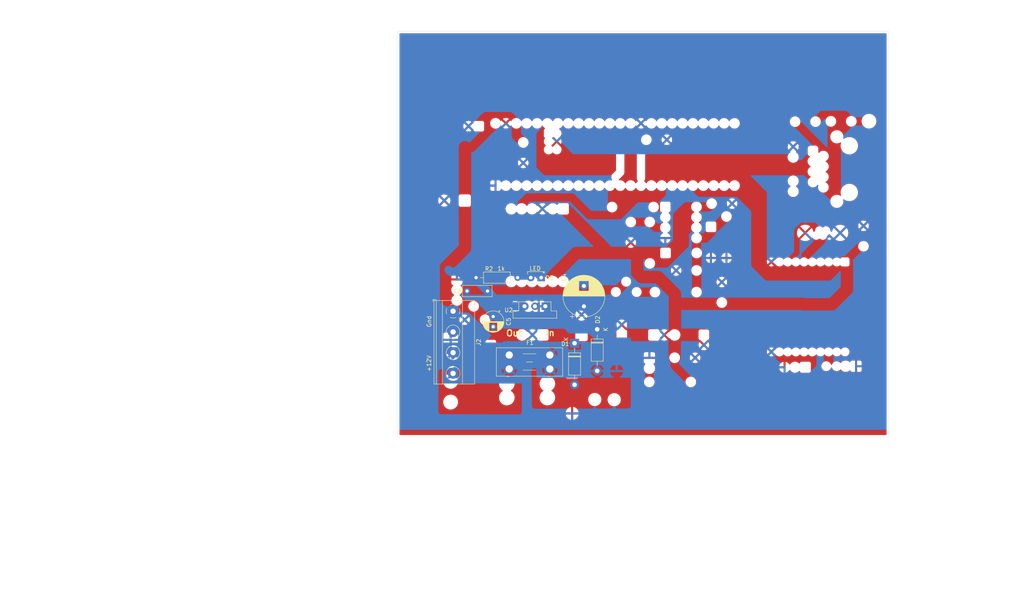
<source format=kicad_pcb>
(kicad_pcb (version 20211014) (generator pcbnew)
  (layers (0 "F.Cu" signal) (31 "B.Cu" signal) (37 "F.SilkS" user "F.Silkscreen") (44 "Edge.Cuts" user))
  (net 0 "")
  (net 1 "GND")
  (net 2 "+5V")
  (net 3 "Net-(D5-Pad2)")
  (net 4 "Net-(D1-Pad1)")
  (net 5 "Net-(F1-Pad1)")
  (net 6 "Net-(C4-Pad1)")
  (footprint "Capacitor_THT:CP_Radial_D5.0mm_P2.50mm" (layer "F.Cu") (at 123.8226 118.370288 -90)
    (fp_text reference "C5" (at 1.25 -3.75 -90) (layer "F.SilkS"))
    (fp_text value "47uF")
    (fp_line (start 1.49 -2.569) (end 1.49 -1.04) (layer "F.SilkS") (width 0.12))
    (fp_line (start 1.93 1.04) (end 1.93 2.491) (layer "F.SilkS") (width 0.12))
    (fp_line (start 3.251 -1.653) (end 3.251 -1.04) (layer "F.SilkS") (width 0.12))
    (fp_line (start 2.611 -2.2) (end 2.611 -1.04) (layer "F.SilkS") (width 0.12))
    (fp_line (start 2.971 -1.937) (end 2.971 -1.04) (layer "F.SilkS") (width 0.12))
    (fp_line (start 1.53 -2.565) (end 1.53 -1.04) (layer "F.SilkS") (width 0.12))
    (fp_line (start 3.451 1.04) (end 3.451 1.383) (layer "F.SilkS") (width 0.12))
    (fp_line (start 1.69 -2.543) (end 1.69 -1.04) (layer "F.SilkS") (width 0.12))
    (fp_line (start 2.171 -2.414) (end 2.171 -1.04) (layer "F.SilkS") (width 0.12))
    (fp_line (start 2.931 -1.971) (end 2.931 -1.04) (layer "F.SilkS") (width 0.12))
    (fp_line (start 3.771 -0.677) (end 3.771 0.677) (layer "F.SilkS") (width 0.12))
    (fp_line (start 2.611 1.04) (end 2.611 2.2) (layer "F.SilkS") (width 0.12))
    (fp_line (start 3.411 -1.443) (end 3.411 -1.04) (layer "F.SilkS") (width 0.12))
    (fp_line (start 2.491 1.04) (end 2.491 2.268) (layer "F.SilkS") (width 0.12))
    (fp_line (start 3.531 -1.251) (end 3.531 -1.04) (layer "F.SilkS") (width 0.12))
    (fp_line (start 2.891 1.04) (end 2.891 2.004) (layer "F.SilkS") (width 0.12))
    (fp_line (start 1.61 -2.556) (end 1.61 -1.04) (layer "F.SilkS") (width 0.12))
    (fp_line (start 2.371 -2.329) (end 2.371 -1.04) (layer "F.SilkS") (width 0.12))
    (fp_line (start 1.89 -2.501) (end 1.89 -1.04) (layer "F.SilkS") (width 0.12))
    (fp_line (start 2.651 1.04) (end 2.651 2.175) (layer "F.SilkS") (width 0.12))
    (fp_line (start 1.57 -2.561) (end 1.57 -1.04) (layer "F.SilkS") (width 0.12))
    (fp_line (start -1.554775 -1.475) (end -1.054775 -1.475) (layer "F.SilkS") (width 0.12))
    (fp_line (start 2.051 1.04) (end 2.051 2.455) (layer "F.SilkS") (width 0.12))
    (fp_line (start 3.051 1.04) (end 3.051 1.864) (layer "F.SilkS") (width 0.12))
    (fp_line (start -1.304775 -1.725) (end -1.304775 -1.225) (layer "F.SilkS") (width 0.12))
    (fp_line (start 3.251 1.04) (end 3.251 1.653) (layer "F.SilkS") (width 0.12))
    (fp_line (start 2.811 -2.065) (end 2.811 -1.04) (layer "F.SilkS") (width 0.12))
    (fp_line (start 3.371 1.04) (end 3.371 1.5) (layer "F.SilkS") (width 0.12))
    (fp_line (start 1.971 -2.48) (end 1.971 -1.04) (layer "F.SilkS") (width 0.12))
    (fp_line (start 1.85 -2.511) (end 1.85 -1.04) (layer "F.SilkS") (width 0.12))
    (fp_line (start 3.851 -0.284) (end 3.851 0.284) (layer "F.SilkS") (width 0.12))
    (fp_line (start 1.77 -2.528) (end 1.77 -1.04) (layer "F.SilkS") (width 0.12))
    (fp_line (start 2.731 -2.122) (end 2.731 -1.04) (layer "F.SilkS") (width 0.12))
    (fp_line (start 3.051 -1.864) (end 3.051 -1.04) (layer "F.SilkS") (width 0.12))
    (fp_line (start 3.011 1.04) (end 3.011 1.901) (layer "F.SilkS") (width 0.12))
    (fp_line (start 2.771 1.04) (end 2.771 2.095) (layer "F.SilkS") (width 0.12))
    (fp_line (start 2.131 1.04) (end 2.131 2.428) (layer "F.SilkS") (width 0.12))
    (fp_line (start 1.89 1.04) (end 1.89 2.501) (layer "F.SilkS") (width 0.12))
    (fp_line (start 1.73 1.04) (end 1.73 2.536) (layer "F.SilkS") (width 0.12))
    (fp_line (start 1.93 -2.491) (end 1.93 -1.04) (layer "F.SilkS") (width 0.12))
    (fp_line (start 2.451 1.04) (end 2.451 2.29) (layer "F.SilkS") (width 0.12))
    (fp_line (start 2.771 -2.095) (end 2.771 -1.04) (layer "F.SilkS") (width 0.12))
    (fp_line (start 3.171 -1.743) (end 3.171 -1.04) (layer "F.SilkS") (width 0.12))
    (fp_line (start 2.691 1.04) (end 2.691 2.149) (layer "F.SilkS") (width 0.12))
    (fp_line (start 2.211 -2.398) (end 2.211 -1.04) (layer "F.SilkS") (width 0.12))
    (fp_line (start 2.411 -2.31) (end 2.411 -1.04) (layer "F.SilkS") (width 0.12))
    (fp_line (start 2.051 -2.455) (end 2.051 -1.04) (layer "F.SilkS") (width 0.12))
    (fp_line (start 2.811 1.04) (end 2.811 2.065) (layer "F.SilkS") (width 0.12))
    (fp_line (start 1.45 -2.573) (end 1.45 2.573) (layer "F.SilkS") (width 0.12))
    (fp_line (start 2.171 1.04) (end 2.171 2.414) (layer "F.SilkS") (width 0.12))
    (fp_line (start 1.69 1.04) (end 1.69 2.543) (layer "F.SilkS") (width 0.12))
    (fp_line (start 2.731 1.04) (end 2.731 2.122) (layer "F.SilkS") (width 0.12))
    (fp_line (start 1.33 -2.579) (end 1.33 2.579) (layer "F.SilkS") (width 0.12))
    (fp_line (start 1.85 1.04) (end 1.85 2.511) (layer "F.SilkS") (width 0.12))
    (fp_line (start 3.291 1.04) (end 3.291 1.605) (layer "F.SilkS") (width 0.12))
    (fp_line (start 2.251 -2.382) (end 2.251 -1.04) (layer "F.SilkS") (width 0.12))
    (fp_line (start 1.53 1.04) (end 1.53 2.565) (layer "F.SilkS") (width 0.12))
    (fp_line (start 3.331 1.04) (end 3.331 1.554) (layer "F.SilkS") (width 0.12))
    (fp_line (start 1.73 -2.536) (end 1.73 -1.04) (layer "F.SilkS") (width 0.12))
    (fp_line (start 2.651 -2.175) (end 2.651 -1.04) (layer "F.SilkS") (width 0.12))
    (fp_line (start 2.411 1.04) (end 2.411 2.31) (layer "F.SilkS") (width 0.12))
    (fp_line (start 2.491 -2.268) (end 2.491 -1.04) (layer "F.SilkS") (width 0.12))
    (fp_line (start 2.531 -2.247) (end 2.531 -1.04) (layer "F.SilkS") (width 0.12))
    (fp_line (start 1.49 1.04) (end 1.49 2.569) (layer "F.SilkS") (width 0.12))
    (fp_line (start 1.81 -2.52) (end 1.81 -1.04) (layer "F.SilkS") (width 0.12))
    (fp_line (start 3.171 1.04) (end 3.171 1.743) (layer "F.SilkS") (width 0.12))
    (fp_line (start 1.61 1.04) (end 1.61 2.556) (layer "F.SilkS") (width 0.12))
    (fp_line (start 3.651 -1.011) (end 3.651 1.011) (layer "F.SilkS") (width 0.12))
    (fp_line (start 2.251 1.04) (end 2.251 2.382) (layer "F.SilkS") (width 0.12))
    (fp_line (start 3.691 -0.915) (end 3.691 0.915) (layer "F.SilkS") (width 0.12))
    (fp_line (start 3.131 1.04) (end 3.131 1.785) (layer "F.SilkS") (width 0.12))
    (fp_line (start 1.81 1.04) (end 1.81 2.52) (layer "F.SilkS") (width 0.12))
    (fp_line (start 2.971 1.04) (end 2.971 1.937) (layer "F.SilkS") (width 0.12))
    (fp_line (start 2.331 -2.348) (end 2.331 -1.04) (layer "F.SilkS") (width 0.12))
    (fp_line (start 1.77 1.04) (end 1.77 2.528) (layer "F.SilkS") (width 0.12))
    (fp_line (start 2.211 1.04) (end 2.211 2.398) (layer "F.SilkS") (width 0.12))
    (fp_line (start 1.971 1.04) (end 1.971 2.48) (layer "F.SilkS") (width 0.12))
    (fp_line (start 3.451 -1.383) (end 3.451 -1.04) (layer "F.SilkS") (width 0.12))
    (fp_line (start 1.29 -2.58) (end 1.29 2.58) (layer "F.SilkS") (width 0.12))
    (fp_line (start 2.091 1.04) (end 2.091 2.442) (layer "F.SilkS") (width 0.12))
    (fp_line (start 3.131 -1.785) (end 3.131 -1.04) (layer "F.SilkS") (width 0.12))
    (fp_line (start 1.41 -2.576) (end 1.41 2.576) (layer "F.SilkS") (width 0.12))
    (fp_line (start 2.571 1.04) (end 2.571 2.224) (layer "F.SilkS") (width 0.12))
    (fp_line (start 2.571 -2.224) (end 2.571 -1.04) (layer "F.SilkS") (width 0.12))
    (fp_line (start 3.491 -1.319) (end 3.491 -1.04) (layer "F.SilkS") (width 0.12))
    (fp_line (start 3.531 1.04) (end 3.531 1.251) (layer "F.SilkS") (width 0.12))
    (fp_line (start 3.571 -1.178) (end 3.571 1.178) (layer "F.SilkS") (width 0.12))
    (fp_line (start 2.291 -2.365) (end 2.291 -1.04) (layer "F.SilkS") (width 0.12))
    (fp_line (start 2.691 -2.149) (end 2.691 -1.04) (layer "F.SilkS") (width 0.12))
    (fp_line (start 2.891 -2.004) (end 2.891 -1.04) (layer "F.SilkS") (width 0.12))
    (fp_line (start 2.091 -2.442) (end 2.091 -1.04) (layer "F.SilkS") (width 0.12))
    (fp_line (start 2.131 -2.428) (end 2.131 -1.04) (layer "F.SilkS") (width 0.12))
    (fp_line (start 3.331 -1.554) (end 3.331 -1.04) (layer "F.SilkS") (width 0.12))
    (fp_line (start 1.25 -2.58) (end 1.25 2.58) (layer "F.SilkS") (width 0.12))
    (fp_line (start 2.011 -2.468) (end 2.011 -1.04) (layer "F.SilkS") (width 0.12))
    (fp_line (start 2.851 1.04) (end 2.851 2.035) (layer "F.SilkS") (width 0.12))
    (fp_line (start 1.65 -2.55) (end 1.65 -1.04) (layer "F.SilkS") (width 0.12))
    (fp_line (start 3.091 1.04) (end 3.091 1.826) (layer "F.SilkS") (width 0.12))
    (fp_line (start 2.851 -2.035) (end 2.851 -1.04) (layer "F.SilkS") (width 0.12))
    (fp_line (start 2.931 1.04) (end 2.931 1.971) (layer "F.SilkS") (width 0.12))
    (fp_line (start 3.611 -1.098) (end 3.611 1.098) (layer "F.SilkS") (width 0.12))
    (fp_line (start 3.411 1.04) (end 3.411 1.443) (layer "F.SilkS") (width 0.12))
    (fp_line (start 3.371 -1.5) (end 3.371 -1.04) (layer "F.SilkS") (width 0.12))
    (fp_line (start 2.531 1.04) (end 2.531 2.247) (layer "F.SilkS") (width 0.12))
    (fp_line (start 2.451 -2.29) (end 2.451 -1.04) (layer "F.SilkS") (width 0.12))
    (fp_line (start 2.371 1.04) (end 2.371 2.329) (layer "F.SilkS") (width 0.12))
    (fp_line (start 3.091 -1.826) (end 3.091 -1.04) (layer "F.SilkS") (width 0.12))
    (fp_line (start 1.57 1.04) (end 1.57 2.561) (layer "F.SilkS") (width 0.12))
    (fp_line (start 1.37 -2.578) (end 1.37 2.578) (layer "F.SilkS") (width 0.12))
    (fp_line (start 1.65 1.04) (end 1.65 2.55) (layer "F.SilkS") (width 0.12))
    (fp_line (start 3.211 1.04) (end 3.211 1.699) (layer "F.SilkS") (width 0.12))
    (fp_line (start 3.211 -1.699) (end 3.211 -1.04) (layer "F.SilkS") (width 0.12))
    (fp_line (start 3.731 -0.805) (end 3.731 0.805) (layer "F.SilkS") (width 0.12))
    (fp_line (start 3.491 1.04) (end 3.491 1.319) (layer "F.SilkS") (width 0.12))
    (fp_line (start 3.011 -1.901) (end 3.011 -1.04) (layer "F.SilkS") (width 0.12))
    (fp_line (start 3.811 -0.518) (end 3.811 0.518) (layer "F.SilkS") (width 0.12))
    (fp_line (start 2.011 1.04) (end 2.011 2.468) (layer "F.SilkS") (width 0.12))
    (fp_line (start 2.291 1.04) (end 2.291 2.365) (layer "F.SilkS") (width 0.12))
    (fp_line (start 2.331 1.04) (end 2.331 2.348) (layer "F.SilkS") (width 0.12))
    (fp_line (start 3.291 -1.605) (end 3.291 -1.04) (layer "F.SilkS") (width 0.12))
    (fp_circle (center 1.25 0) (end 3.87 0) (layer "F.SilkS") (width 0.12) (fill none))
    (pad "1" thru_hole rect (at 0 0 270) (size 1.6 1.6) (drill 0.8) (layers *.Cu *.Mask) (net 2 "+5V"))
    (pad "2" thru_hole circle (at 2.5 0 270) (size 1.6 1.6) (drill 0.8) (layers *.Cu *.Mask) (net 1 "GND"))
  )
  (footprint "Capacitor_THT:C_Disc_D7.0mm_W2.5mm_P5.00mm" (layer "F.Cu") (at 122.4226 112.1454 180)
    (fp_text reference "C6" (at 7.29 0.01) (layer "F.SilkS"))
    (fp_text value "0.1uF")
    (fp_line (start -1.12 -1.37) (end 6.12 -1.37) (layer "F.SilkS") (width 0.12))
    (fp_line (start 6.12 -1.37) (end 6.12 1.37) (layer "F.SilkS") (width 0.12))
    (fp_line (start -1.12 -1.37) (end -1.12 1.37) (layer "F.SilkS") (width 0.12))
    (fp_line (start -1.12 1.37) (end 6.12 1.37) (layer "F.SilkS") (width 0.12))
    (pad "1" thru_hole circle (at 0 0 180) (size 1.6 1.6) (drill 0.8) (layers *.Cu *.Mask) (net 2 "+5V"))
    (pad "2" thru_hole circle (at 5 0 180) (size 1.6 1.6) (drill 0.8) (layers *.Cu *.Mask) (net 1 "GND"))
  )
  (footprint "LED_THT:LED_D2.0mm_W4.0mm_H2.8mm_FlatTop" (layer "F.Cu") (at 135.5326 108.8554 180)
    (fp_text reference "D5" (at -2.08 -0.06) (layer "F.SilkS"))
    (fp_text value "LED" (at 1.47 2.23) (layer "F.SilkS"))
    (fp_line (start -0.67 -1.46) (end -0.67 -1.08) (layer "F.SilkS") (width 0.12))
    (fp_line (start -0.79 -1.46) (end -0.79 -1.08) (layer "F.SilkS") (width 0.12))
    (fp_line (start 3.33 0.825) (end 3.33 1.46) (layer "F.SilkS") (width 0.12))
    (fp_line (start 3.33 -1.46) (end 3.33 -0.825) (layer "F.SilkS") (width 0.12))
    (fp_line (start -0.55 1.08) (end -0.55 1.46) (layer "F.SilkS") (width 0.12))
    (fp_line (start -0.79 -1.46) (end 3.33 -1.46) (layer "F.SilkS") (width 0.12))
    (fp_line (start -0.79 1.08) (end -0.79 1.46) (layer "F.SilkS") (width 0.12))
    (fp_line (start -0.67 1.08) (end -0.67 1.46) (layer "F.SilkS") (width 0.12))
    (fp_line (start -0.55 -1.46) (end -0.55 -1.08) (layer "F.SilkS") (width 0.12))
    (fp_line (start -0.79 1.46) (end 3.33 1.46) (layer "F.SilkS") (width 0.12))
    (pad "1" thru_hole rect (at 0 0 180) (size 1.8 1.8) (drill 0.9) (layers *.Cu *.Mask) (net 1 "GND"))
    (pad "2" thru_hole circle (at 2.54 0 180) (size 1.8 1.8) (drill 0.9) (layers *.Cu *.Mask) (net 3 "Net-(D5-Pad2)"))
  )
  (footprint "Converter_DCDC:Converter_DCDC_Murata_OKI-78SR_Vertical" (layer "F.Cu") (at 136.5476 115.8604 180)
    (fp_text reference "U2" (at 8.96 -0.94) (layer "F.SilkS"))
    (fp_text value "5.0V Reg")
    (fp_line (start -1.4 -1.14) (end -2.79 -1.14) (layer "F.SilkS") (width 0.12))
    (fp_line (start -1.4 1.1) (end -1.4 -1.14) (layer "F.SilkS") (width 0.12))
    (fp_line (start -2.79 -2.92) (end -2.79 -1.14) (layer "F.SilkS") (width 0.12))
    (fp_line (start 7.88 -1.15) (end 7.88 -2.92) (layer "F.SilkS") (width 0.12))
    (fp_line (start 6.48 -1.14) (end 6.48 1.1) (layer "F.SilkS") (width 0.12))
    (fp_line (start 7.88 -2.92) (end -2.79 -2.92) (layer "F.SilkS") (width 0.12))
    (fp_line (start 7.88 -1.14) (end 6.48 -1.14) (layer "F.SilkS") (width 0.12))
    (fp_line (start 6.48 1.1) (end -1.4 1.1) (layer "F.SilkS") (width 0.12))
    (pad "1" thru_hole rect (at 0 0 180) (size 1.8 1.8) (drill 1) (layers *.Cu *.Mask) (net 6 "Net-(C4-Pad1)"))
    (pad "2" thru_hole circle (at 2.54 0 180) (size 1.8 1.8) (drill 1) (layers *.Cu *.Mask) (net 1 "GND"))
    (pad "3" thru_hole circle (at 5.08 0 180) (size 1.8 1.8) (drill 1) (layers *.Cu *.Mask) (net 2 "+5V"))
  )
  (footprint "Diode_THT:D_DO-41_SOD81_P10.16mm_Horizontal" (layer "F.Cu") (at 143.7026 124.9054 -90)
    (fp_text reference "D1" (at 0.15 2.28) (layer "F.SilkS"))
    (fp_text value "1N4007")
    (fp_text user "K" (at -1.04 2.05 90) (layer "F.SilkS"))
    (fp_line (start 8.82 0) (end 7.8 0) (layer "F.SilkS") (width 0.12))
    (fp_line (start 7.8 1.47) (end 7.8 -1.47) (layer "F.SilkS") (width 0.12))
    (fp_line (start 3.26 -1.47) (end 3.26 1.47) (layer "F.SilkS") (width 0.12))
    (fp_line (start 2.36 1.47) (end 7.8 1.47) (layer "F.SilkS") (width 0.12))
    (fp_line (start 1.34 0) (end 2.36 0) (layer "F.SilkS") (width 0.12))
    (fp_line (start 3.14 -1.47) (end 3.14 1.47) (layer "F.SilkS") (width 0.12))
    (fp_line (start 2.36 -1.47) (end 2.36 1.47) (layer "F.SilkS") (width 0.12))
    (fp_line (start 3.38 -1.47) (end 3.38 1.47) (layer "F.SilkS") (width 0.12))
    (fp_line (start 7.8 -1.47) (end 2.36 -1.47) (layer "F.SilkS") (width 0.12))
    (pad "1" thru_hole rect (at 0 0 270) (size 2.2 2.2) (drill 1.1) (layers *.Cu *.Mask) (net 4 "Net-(D1-Pad1)"))
    (pad "2" thru_hole oval (at 10.16 0 270) (size 2.2 2.2) (drill 1.1) (layers *.Cu *.Mask) (net 1 "GND"))
  )
  (footprint "Fuse:Fuseholder_Blade_Mini_Keystone_3568" (layer "F.Cu") (at 127.7326 127.7954)
    (fp_text reference "F1" (at 5.06 -3.03) (layer "F.SilkS"))
    (fp_text value "Fuse Keystone 3568")
    (fp_line (start 3.36 -0.3) (end 6.56 -0.3) (layer "F.SilkS") (width 0.12))
    (fp_line (start 4.21 1.7) (end 5.71 1.7) (layer "F.SilkS") (width 0.12))
    (fp_line (start -3.14 5.17) (end 13.06 5.17) (layer "F.SilkS") (width 0.12))
    (fp_line (start 13.06 -1.77) (end -3.14 -1.77) (layer "F.SilkS") (width 0.12))
    (fp_line (start 13.06 5.17) (end 13.06 -1.77) (layer "F.SilkS") (width 0.12))
    (fp_line (start -3.14 -1.77) (end -3.14 5.17) (layer "F.SilkS") (width 0.12))
    (fp_line (start 6.56 3.7) (end 3.36 3.7) (layer "F.SilkS") (width 0.12))
    (pad "1" thru_hole circle (at 0 0) (size 2.78 2.78) (drill 1.78) (layers *.Cu *.Mask) (net 5 "Net-(F1-Pad1)"))
    (pad "1" thru_hole circle (at 0 3.4) (size 2.78 2.78) (drill 1.78) (layers *.Cu *.Mask) (net 5 "Net-(F1-Pad1)"))
    (pad "2" thru_hole circle (at 9.92 0) (size 2.78 2.78) (drill 1.78) (layers *.Cu *.Mask) (net 4 "Net-(D1-Pad1)"))
    (pad "2" thru_hole circle (at 9.92 3.4) (size 2.78 2.78) (drill 1.78) (layers *.Cu *.Mask) (net 4 "Net-(D1-Pad1)"))
  )
  (footprint "Resistor_THT:R_Axial_DIN0207_L6.3mm_D2.5mm_P10.16mm_Horizontal" (layer "F.Cu") (at 119.6326 108.8554)
    (fp_text reference "R2" (at 3.15 -2.14) (layer "F.SilkS"))
    (fp_text value "1k" (at 6.13 -2.2) (layer "F.SilkS"))
    (fp_line (start 8.35 1.37) (end 8.35 -1.37) (layer "F.SilkS") (width 0.12))
    (fp_line (start 9.12 0) (end 8.35 0) (layer "F.SilkS") (width 0.12))
    (fp_line (start 1.81 1.37) (end 8.35 1.37) (layer "F.SilkS") (width 0.12))
    (fp_line (start 1.04 0) (end 1.81 0) (layer "F.SilkS") (width 0.12))
    (fp_line (start 1.81 -1.37) (end 1.81 1.37) (layer "F.SilkS") (width 0.12))
    (fp_line (start 8.35 -1.37) (end 1.81 -1.37) (layer "F.SilkS") (width 0.12))
    (pad "1" thru_hole circle (at 0 0) (size 1.6 1.6) (drill 0.8) (layers *.Cu *.Mask) (net 2 "+5V"))
    (pad "2" thru_hole oval (at 10.16 0) (size 1.6 1.6) (drill 0.8) (layers *.Cu *.Mask) (net 3 "Net-(D5-Pad2)"))
  )
  (footprint "Diode_THT:D_DO-41_SOD81_P10.16mm_Horizontal" (layer "F.Cu") (at 149.2326 121.5054 -90)
    (fp_text reference "D2" (at -2.38 -0.13 -270) (layer "F.SilkS"))
    (fp_text value "1N4007")
    (fp_text user "K" (at 0 -2.1 -270) (layer "F.SilkS"))
    (fp_line (start 7.8 1.47) (end 7.8 -1.47) (layer "F.SilkS") (width 0.12))
    (fp_line (start 1.34 0) (end 2.36 0) (layer "F.SilkS") (width 0.12))
    (fp_line (start 3.14 -1.47) (end 3.14 1.47) (layer "F.SilkS") (width 0.12))
    (fp_line (start 2.36 -1.47) (end 2.36 1.47) (layer "F.SilkS") (width 0.12))
    (fp_line (start 3.38 -1.47) (end 3.38 1.47) (layer "F.SilkS") (width 0.12))
    (fp_line (start 7.8 -1.47) (end 2.36 -1.47) (layer "F.SilkS") (width 0.12))
    (fp_line (start 2.36 1.47) (end 7.8 1.47) (layer "F.SilkS") (width 0.12))
    (fp_line (start 3.26 -1.47) (end 3.26 1.47) (layer "F.SilkS") (width 0.12))
    (fp_line (start 8.82 0) (end 7.8 0) (layer "F.SilkS") (width 0.12))
    (pad "1" thru_hole rect (at 0 0 270) (size 2.2 2.2) (drill 1.1) (layers *.Cu *.Mask) (net 6 "Net-(C4-Pad1)"))
    (pad "2" thru_hole oval (at 10.16 0 270) (size 2.2 2.2) (drill 1.1) (layers *.Cu *.Mask) (net 4 "Net-(D1-Pad1)"))
  )
  (footprint "TerminalBlock_Phoenix:TerminalBlock_Phoenix_MKDS-1,5-4-5.08_1x04_P5.08mm_Horizontal" (layer "F.Cu") (at 114.0026 117.0554 -90)
    (fp_text reference "J2" (at 7.62 -6.26 90) (layer "F.SilkS"))
    (fp_text value "Screw_Terminal_01x04")
    (fp_line (start -2.6 -5.261) (end 17.84 -5.261) (layer "F.SilkS") (width 0.12))
    (fp_line (start 6.15 -1.275) (end 6.115 -1.239) (layer "F.SilkS") (width 0.12))
    (fp_line (start -2.6 -5.261) (end -2.6 4.66) (layer "F.SilkS") (width 0.12))
    (fp_line (start 3.853 1.023) (end 3.806 1.069) (layer "F.SilkS") (width 0.12))
    (fp_line (start -2.6 4.1) (end 17.84 4.1) (layer "F.SilkS") (width 0.12))
    (fp_line (start 16.515 -1.069) (end 16.468 -1.023) (layer "F.SilkS") (width 0.12))
    (fp_line (start 11.435 -1.069) (end 11.388 -1.023) (layer "F.SilkS") (width 0.12))
    (fp_line (start -2.84 4.9) (end -2.34 4.9) (layer "F.SilkS") (width 0.12))
    (fp_line (start -2.84 4.16) (end -2.84 4.9) (layer "F.SilkS") (width 0.12))
    (fp_line (start 9.126 1.239) (end 9.091 1.274) (layer "F.SilkS") (width 0.12))
    (fp_line (start -2.6 2.6) (end 17.84 2.6) (layer "F.SilkS") (width 0.12))
    (fp_line (start 11.23 -1.275) (end 11.195 -1.239) (layer "F.SilkS") (width 0.12))
    (fp_line (start 6.355 -1.069) (end 6.308 -1.023) (layer "F.SilkS") (width 0.12))
    (fp_line (start 16.31 -1.275) (end 16.275 -1.239) (layer "F.SilkS") (width 0.12))
    (fp_line (start 17.84 -5.261) (end 17.84 4.66) (layer "F.SilkS") (width 0.12))
    (fp_line (start -2.6 -2.301) (end 17.84 -2.301) (layer "F.SilkS") (width 0.12))
    (fp_line (start 14.206 1.239) (end 14.171 1.274) (layer "F.SilkS") (width 0.12))
    (fp_line (start 4.046 1.239) (end 4.011 1.274) (layer "F.SilkS") (width 0.12))
    (fp_line (start 14.013 1.023) (end 13.966 1.069) (layer "F.SilkS") (width 0.12))
    (fp_line (start -2.6 4.66) (end 17.84 4.66) (layer "F.SilkS") (width 0.12))
    (fp_line (start 8.933 1.023) (end 8.886 1.069) (layer "F.SilkS") (width 0.12))
    (fp_arc (start 0.683318 1.534756) (mid 0.349292 1.643288) (end 0 1.68) (layer "F.SilkS") (width 0.12))
    (fp_arc (start 0.028805 1.680253) (mid -0.335551 1.646659) (end -0.684 1.535) (layer "F.SilkS") (width 0.12))
    (fp_arc (start -1.535427 0.683042) (mid -1.680501 -0.000524) (end -1.535 -0.684) (layer "F.SilkS") (width 0.12))
    (fp_arc (start -0.683042 -1.535427) (mid 0.000524 -1.680501) (end 0.684 -1.535) (layer "F.SilkS") (width 0.12))
    (fp_arc (start 1.535427 -0.683042) (mid 1.680501 0.000524) (end 1.535 0.684) (layer "F.SilkS") (width 0.12))
    (fp_circle (center 10.16 0) (end 11.84 0) (layer "F.SilkS") (width 0.12) (fill none))
    (fp_circle (center 5.08 0) (end 6.76 0) (layer "F.SilkS") (width 0.12) (fill none))
    (fp_circle (center 15.24 0) (end 16.92 0) (layer "F.SilkS") (width 0.12) (fill none))
    (pad "1" thru_hole rect (at 0 0 270) (size 2.6 2.6) (drill 1.3) (layers *.Cu *.Mask) (net 1 "GND"))
    (pad "2" thru_hole circle (at 5.08 0 270) (size 2.6 2.6) (drill 1.3) (layers *.Cu *.Mask) (net 1 "GND"))
    (pad "3" thru_hole circle (at 10.16 0 270) (size 2.6 2.6) (drill 1.3) (layers *.Cu *.Mask) (net 5 "Net-(F1-Pad1)"))
    (pad "4" thru_hole circle (at 15.24 0 270) (size 2.6 2.6) (drill 1.3) (layers *.Cu *.Mask) (net 5 "Net-(F1-Pad1)"))
  )
  (footprint "Capacitor_THT:CP_Radial_D10.0mm_P5.00mm" (layer "F.Cu") (at 145.9926 115.893077 90)
    (fp_text reference "C4" (at 7.057677 -4.81 90) (layer "F.SilkS"))
    (fp_text value "470uF")
    (fp_line (start 4.221 -4.783) (end 4.221 -1.241) (layer "F.SilkS") (width 0.12))
    (fp_line (start 5.861 1.241) (end 5.861 3.824) (layer "F.SilkS") (width 0.12))
    (fp_line (start 3.661 -4.947) (end 3.661 4.947) (layer "F.SilkS") (width 0.12))
    (fp_line (start 3.861 -4.897) (end 3.861 -1.241) (layer "F.SilkS") (width 0.12))
    (fp_line (start 5.781 -3.892) (end 5.781 -1.241) (layer "F.SilkS") (width 0.12))
    (fp_line (start 5.821 1.241) (end 5.821 3.858) (layer "F.SilkS") (width 0.12))
    (fp_line (start 5.541 1.241) (end 5.541 4.08) (layer "F.SilkS") (width 0.12))
    (fp_line (start 6.501 -3.156) (end 6.501 3.156) (layer "F.SilkS") (width 0.12))
    (fp_line (start 5.581 -4.05) (end 5.581 -1.241) (layer "F.SilkS") (width 0.12))
    (fp_line (start 6.541 -3.106) (end 6.541 3.106) (layer "F.SilkS") (width 0.12))
    (fp_line (start 5.021 1.241) (end 5.021 4.417) (layer "F.SilkS") (width 0.12))
    (fp_line (start 4.021 1.241) (end 4.021 4.85) (layer "F.SilkS") (width 0.12))
    (fp_line (start 4.421 -4.707) (end 4.421 -1.241) (layer "F.SilkS") (width 0.12))
    (fp_line (start 4.261 1.241) (end 4.261 4.768) (layer "F.SilkS") (width 0.12))
    (fp_line (start 3.781 1.241) (end 3.781 4.918) (layer "F.SilkS") (width 0.12))
    (fp_line (start 4.941 -4.462) (end 4.941 -1.241) (layer "F.SilkS") (width 0.12))
    (fp_line (start 4.821 1.241) (end 4.821 4.525) (layer "F.SilkS") (width 0.12))
    (fp_line (start 4.061 1.241) (end 4.061 4.837) (layer "F.SilkS") (width 0.12))
    (fp_line (start 5.101 -4.371) (end 5.101 -1.241) (layer "F.SilkS") (width 0.12))
    (fp_line (start 7.381 -1.51) (end 7.381 1.51) (layer "F.SilkS") (width 0.12))
    (fp_line (start 3.701 -4.938) (end 3.701 4.938) (layer "F.SilkS") (width 0.12))
    (fp_line (start 6.781 -2.77) (end 6.781 2.77) (layer "F.SilkS") (width 0.12))
    (fp_line (start 4.421 1.241) (end 4.421 4.707) (layer "F.SilkS") (width 0.12))
    (fp_line (start 3.18 -5.035) (end 3.18 5.035) (layer "F.SilkS") (width 0.12))
    (fp_line (start 5.181 -4.323) (end 5.181 -1.241) (layer "F.SilkS") (width 0.12))
    (fp_line (start 7.101 -2.209) (end 7.101 2.209) (layer "F.SilkS") (width 0.12))
    (fp_line (start 7.181 -2.037) (end 7.181 2.037) (layer "F.SilkS") (width 0.12))
    (fp_line (start 4.221 1.241) (end 4.221 4.783) (layer "F.SilkS") (width 0.12))
    (fp_line (start 5.101 1.241) (end 5.101 4.371) (layer "F.SilkS") (width 0.12))
    (fp_line (start 4.861 -4.504) (end 4.861 -1.241) (layer "F.SilkS") (width 0.12))
    (fp_line (start 4.901 -4.483) (end 4.901 -1.241) (layer "F.SilkS") (width 0.12))
    (fp_line (start 4.141 -4.811) (end 4.141 -1.241) (layer "F.SilkS") (width 0.12))
    (fp_line (start 4.101 -4.824) (end 4.101 -1.241) (layer "F.SilkS") (width 0.12))
    (fp_line (start 5.501 -4.11) (end 5.501 -1.241) (layer "F.SilkS") (width 0.12))
    (fp_line (start 6.221 -3.478) (end 6.221 -1.241) (layer "F.SilkS") (width 0.12))
    (fp_line (start 3.581 -4.965) (end 3.581 4.965) (layer "F.SilkS") (width 0.12))
    (fp_line (start 2.66 -5.078) (end 2.66 5.078) (layer "F.SilkS") (width 0.12))
    (fp_line (start 3.941 1.241) (end 3.941 4.874) (layer "F.SilkS") (width 0.12))
    (fp_line (start 5.301 1.241) (end 5.301 4.247) (layer "F.SilkS") (width 0.12))
    (fp_line (start 4.461 -4.69) (end 4.461 -1.241) (layer "F.SilkS") (width 0.12))
    (fp_line (start 3.02 -5.054) (end 3.02 5.054) (layer "F.SilkS") (width 0.12))
    (fp_line (start 6.701 -2.889) (end 6.701 2.889) (layer "F.SilkS") (width 0.12))
    (fp_line (start 5.221 1.241) (end 5.221 4.298) (layer "F.SilkS") (width 0.12))
    (fp_line (start 7.421 -1.378) (end 7.421 1.378) (layer "F.SilkS") (width 0.12))
    (fp_line (start 6.661 -2.945) (end 6.661 2.945) (layer "F.SilkS") (width 0.12))
    (fp_line (start 4.541 1.241) (end 4.541 4.657) (layer "F.SilkS") (width 0.12))
    (fp_line (start 3.861 1.241) (end 3.861 4.897) (layer "F.SilkS") (width 0.12))
    (fp_line (start 4.341 -4.738) (end 4.341 -1.241) (layer "F.SilkS") (width 0.12))
    (fp_line (start 5.141 1.241) (end 5.141 4.347) (layer "F.SilkS") (width 0.12))
    (fp_line (start 5.061 1.241) (end 5.061 4.395) (layer "F.SilkS") (width 0.12))
    (fp_line (start 3.261 -5.024) (end 3.261 5.024) (layer "F.SilkS") (width 0.12))
    (fp_line (start 5.981 -3.716) (end 5.981 -1.241) (layer "F.SilkS") (width 0.12))
    (fp_line (start 6.021 1.241) (end 6.021 3.679) (layer "F.SilkS") (width 0.12))
    (fp_line (start 3.501 -4.982) (end 3.501 4.982) (layer "F.SilkS") (width 0.12))
    (fp_line (start 2.58 -5.08) (end 2.58 5.08) (layer "F.SilkS") (width 0.12))
    (fp_line (start 5.261 1.241) (end 5.261 4.273) (layer "F.SilkS") (width 0.12))
    (fp_line (start 7.581 -0.599) (end 7.581 0.599) (layer "F.SilkS") (width 0.12))
    (fp_line (start 6.101 1.241) (end 6.101 3.601) (layer "F.SilkS") (width 0.12))
    (fp_line (start 5.181 1.241) (end 5.181 4.323) (layer "F.SilkS") (width 0.12))
    (fp_line (start 5.381 -4.194) (end 5.381 -1.241) (layer "F.SilkS") (width 0.12))
    (fp_line (start 3.621 -4.956) (end 3.621 4.956) (layer "F.SilkS") (width 0.12))
    (fp_line (start 6.301 -3.392) (end 6.301 3.392) (layer "F.SilkS") (width 0.12))
    (fp_line (start 3.981 -4.862) (end 3.981 -1.241) (layer "F.SilkS") (width 0.12))
    (fp_line (start 5.421 -4.166) (end 5.421 -1.241) (layer "F.SilkS") (width 0.12))
    (fp_line (start 4.341 1.241) (end 4.341 4.738) (layer "F.SilkS") (width 0.12))
    (fp_line (start 7.261 -1.846) (end 7.261 1.846) (layer "F.SilkS") (width 0.12))
    (fp_line (start 7.061 -2.289) (end 7.061 2.289) (layer "F.SilkS") (width 0.12))
    (fp_line (start 3.901 -4.885) (end 3.901 -1.241) (layer "F.SilkS") (width 0.12))
    (fp_line (start 5.261 -4.273) (end 5.261 -1.241) (layer "F.SilkS") (width 0.12))
    (fp_line (start 3.221 -5.03) (end 3.221 5.03) (layer "F.SilkS") (width 0.12))
    (fp_line (start 5.621 -4.02) (end 5.621 -1.241) (layer "F.SilkS") (width 0.12))
    (fp_line (start 4.741 -4.564) (end 4.741 -1.241) (layer "F.SilkS") (width 0.12))
    (fp_line (start 5.461 1.241) (end 5.461 4.138) (layer "F.SilkS") (width 0.12))
    (fp_line (start 5.741 1.241) (end 5.741 3.925) (layer "F.SilkS") (width 0.12))
    (fp_line (start 5.301 -4.247) (end 5.301 -1.241) (layer "F.SilkS") (width 0.12))
    (fp_line (start 3.901 1.241) (end 3.901 4.885) (layer "F.SilkS") (width 0.12))
    (fp_line (start 6.141 1.241) (end 6.141 3.561) (layer "F.SilkS") (width 0.12))
    (fp_line (start 7.301 -1.742) (end 7.301 1.742) (layer "F.SilkS") (width 0.12))
    (fp_line (start 5.661 1.241) (end 5.661 3.989) (layer "F.SilkS") (width 0.12))
    (fp_line (start 3.341 -5.011) (end 3.341 5.011) (layer "F.SilkS") (width 0.12))
    (fp_line (start 7.341 -1.63) (end 7.341 1.63) (layer "F.SilkS") (width 0.12))
    (fp_line (start 4.581 -4.639) (end 4.581 -1.241) (layer "F.SilkS") (width 0.12))
    (fp_line (start 3.301 -5.018) (end 3.301 5.018) (layer "F.SilkS") (width 0.12))
    (fp_line (start 3.781 -4.918) (end 3.781 -1.241) (layer "F.SilkS") (width 0.12))
    (fp_line (start 4.941 1.241) (end 4.941 4.462) (layer "F.SilkS") (width 0.12))
    (fp_line (start 2.9 -5.065) (end 2.9 5.065) (layer "F.SilkS") (width 0.12))
    (fp_line (start 4.501 1.241) (end 4.501 4.674) (layer "F.SilkS") (width 0.12))
    (fp_line (start 6.181 1.241) (end 6.181 3.52) (layer "F.SilkS") (width 0.12))
    (fp_line (start 2.7 -5.077) (end 2.7 5.077) (layer "F.SilkS") (width 0.12))
    (fp_line (start 4.021 -4.85) (end 4.021 -1.241) (layer "F.SilkS") (width 0.12))
    (fp_line (start 7.501 -1.062) (end 7.501 1.062) (layer "F.SilkS") (width 0.12))
    (fp_line (start 5.701 -3.957) (end 5.701 -1.241) (layer "F.SilkS") (width 0.12))
    (fp_line (start 7.141 -2.125) (end 7.141 2.125) (layer "F.SilkS") (width 0.12))
    (fp_line (start 4.741 1.241) (end 4.741 4.564) (layer "F.SilkS") (width 0.12))
    (fp_line (start 6.941 -2.51) (end 6.941 2.51) (layer "F.SilkS") (width 0.12))
    (fp_line (start 5.781 1.241) (end 5.781 3.892) (layer "F.SilkS") (width 0.12))
    (fp_line (start 5.981 1.241) (end 5.981 3.716) (layer "F.SilkS") (width 0.12))
    (fp_line (start 6.221 1.241) (end 6.221 3.478) (layer "F.SilkS") (width 0.12))
    (fp_line (start 4.981 1.241) (end 4.981 4.44) (layer "F.SilkS") (width 0.12))
    (fp_line (start 5.381 1.241) (end 5.381 4.194) (layer "F.SilkS") (width 0.12))
    (fp_line (start 3.461 -4.99) (end 3.461 4.99) (layer "F.SilkS") (width 0.12))
    (fp_line (start 4.621 1.241) (end 4.621 4.621) (layer "F.SilkS") (width 0.12))
    (fp_line (start 3.821 1.241) (end 3.821 4.907) (layer "F.SilkS") (width 0.12))
    (fp_line (start 2.74 -5.075) (end 2.74 5.075) (layer "F.SilkS") (width 0.12))
    (fp_line (start 5.861 -3.824) (end 5.861 -1.241) (layer "F.SilkS") (width 0.12))
    (fp_line (start 6.461 -3.206) (end 6.461 3.206) (layer "F.SilkS") (width 0.12))
    (fp_line (start 7.461 -1.23) (end 7.461 1.23) (layer "F.SilkS") (width 0.12))
    (fp_line (start 6.421 -3.254) (end 6.421 3.254) (layer "F.SilkS") (width 0.12))
    (fp_line (start 2.5 -5.08) (end 2.5 5.08) (layer "F.SilkS") (width 0.12))
    (fp_line (start 4.861 1.241) (end 4.861 4.504) (layer "F.SilkS") (width 0.12))
    (fp_line (start 4.541 -4.657) (end 4.541 -1.241) (layer "F.SilkS") (width 0.12))
    (fp_line (start 3.06 -5.05) (end 3.06 5.05) (layer "F.SilkS") (width 0.12))
    (fp_line (start 3.821 -4.907) (end 3.821 -1.241) (layer "F.SilkS") (width 0.12))
    (fp_line (start 5.421 1.241) (end 5.421 4.166) (layer "F.SilkS") (width 0.12))
    (fp_line (start 5.021 -4.417) (end 5.021 -1.241) (layer "F.SilkS") (width 0.12))
    (fp_line (start 5.741 -3.925) (end 5.741 -1.241) (layer "F.SilkS") (width 0.12))
    (fp_line (start 5.901 1.241) (end 5.901 3.789) (layer "F.SilkS") (width 0.12))
    (fp_line (start 6.901 -2.579) (end 6.901 2.579) (layer "F.SilkS") (width 0.12))
    (fp_line (start 4.181 -4.797) (end 4.181 -1.241) (layer "F.SilkS") (width 0.12))
    (fp_line (start 5.941 1.241) (end 5.941 3.753) (layer "F.SilkS") (width 0.12))
    (fp_line (start 6.061 1.241) (end 6.061 3.64) (layer "F.SilkS") (width 0.12))
    (fp_line (start 6.021 -3.679) (end 6.021 -1.241) (layer "F.SilkS") (width 0.12))
    (fp_line (start 6.181 -3.52) (end 6.181 -1.241) (layer "F.SilkS") (width 0.12))
    (fp_line (start 4.181 1.241) (end 4.181 4.797) (layer "F.SilkS") (width 0.12))
    (fp_line (start 4.781 1.241) (end 4.781 4.545) (layer "F.SilkS") (width 0.12))
    (fp_line (start 3.1 -5.045) (end 3.1 5.045) (layer "F.SilkS") (width 0.12))
    (fp_line (start 5.581 1.241) (end 5.581 4.05) (layer "F.SilkS") (width 0.12))
    (fp_line (start 4.501 -4.674) (end 4.501 -1.241) (layer "F.SilkS") (width 0.12))
    (fp_line (start 5.821 -3.858) (end 5.821 -1.241) (layer "F.SilkS") (width 0.12))
    (fp_line (start 4.821 -4.525) (end 4.821 -1.241) (layer "F.SilkS") (width 0.12))
    (fp_line (start 7.021 -2.365) (end 7.021 2.365) (layer "F.SilkS") (width 0.12))
    (fp_line (start 4.461 1.241) (end 4.461 4.69) (layer "F.SilkS") (width 0.12))
    (fp_line (start 5.501 1.241) (end 5.501 4.11) (layer "F.SilkS") (width 0.12))
    (fp_line (start -2.479646 -3.375) (end -2.479646 -2.375) (layer "F.SilkS") (width 0.12))
    (fp_line (start 4.581 1.241) (end 4.581 4.639) (layer "F.SilkS") (width 0.12))
    (fp_line (start 6.581 -3.054) (end 6.581 3.054) (layer "F.SilkS") (width 0.12))
    (fp_line (start 6.261 -3.436) (end 6.261 3.436) (layer "F.SilkS") (width 0.12))
    (fp_line (start 4.621 -4.621) (end 4.621 -1.241) (layer "F.SilkS") (width 0.12))
    (fp_line (start 5.341 -4.221) (end 5.341 -1.241) (layer "F.SilkS") (width 0.12))
    (fp_line (start 3.14 -5.04) (end 3.14 5.04) (layer "F.SilkS") (width 0.12))
    (fp_line (start 2.62 -5.079) (end 2.62 5.079) (layer "F.SilkS") (width 0.12))
    (fp_line (start 5.141 -4.347) (end 5.141 -1.241) (layer "F.SilkS") (width 0.12))
    (fp_line (start 4.061 -4.837) (end 4.061 -1.241) (layer "F.SilkS") (width 0.12))
    (fp_line (start 2.82 -5.07) (end 2.82 5.07) (layer "F.SilkS") (width 0.12))
    (fp_line (start 4.781 -4.545) (end 4.781 -1.241) (layer "F.SilkS") (width 0.12))
    (fp_line (start 4.901 1.241) (end 4.901 4.483) (layer "F.SilkS") (width 0.12))
    (fp_line (start 4.981 -4.44) (end 4.981 -1.241) (layer "F.SilkS") (width 0.12))
    (fp_line (start 2.78 -5.073) (end 2.78 5.073) (layer "F.SilkS") (width 0.12))
    (fp_line (start 6.341 -3.347) (end 6.341 3.347) (layer "F.SilkS") (width 0.12))
    (fp_line (start 6.381 -3.301) (end 6.381 3.301) (layer "F.SilkS") (width 0.12))
    (fp_line (start 2.54 -5.08) (end 2.54 5.08) (layer "F.SilkS") (width 0.12))
    (fp_line (start 5.901 -3.789) (end 5.901 -1.241) (layer "F.SilkS") (width 0.12))
    (fp_line (start 7.541 -0.862) (end 7.541 0.862) (layer "F.SilkS") (width 0.12))
    (fp_line (start 5.221 -4.298) (end 5.221 -1.241) (layer "F.SilkS") (width 0.12))
    (fp_line (start 6.981 -2.439) (end 6.981 2.439) (layer "F.SilkS") (width 0.12))
    (fp_line (start 4.141 1.241) (end 4.141 4.811) (layer "F.SilkS") (width 0.12))
    (fp_line (start 6.621 -3) (end 6.621 3) (layer "F.SilkS") (width 0.12))
    (fp_line (start 4.301 1.241) (end 4.301 4.754) (layer "F.SilkS") (width 0.12))
    (fp_line (start 4.661 1.241) (end 4.661 4.603) (layer "F.SilkS") (width 0.12))
    (fp_line (start 6.821 -2.709) (end 6.821 2.709) (layer "F.SilkS") (width 0.12))
    (fp_line (start 3.381 -5.004) (end 3.381 5.004) (layer "F.SilkS") (width 0.12))
    (fp_line (start 4.101 1.241) (end 4.101 4.824) (layer "F.SilkS") (width 0.12))
    (fp_line (start 5.701 1.241) (end 5.701 3.957) (layer "F.SilkS") (width 0.12))
    (fp_line (start 5.341 1.241) (end 5.341 4.221) (layer "F.SilkS") (width 0.12))
    (fp_line (start 6.861 -2.645) (end 6.861 2.645) (layer "F.SilkS") (width 0.12))
    (fp_line (start 6.141 -3.561) (end 6.141 -1.241) (layer "F.SilkS") (width 0.12))
    (fp_line (start 6.061 -3.64) (end 6.061 -1.241) (layer "F.SilkS") (width 0.12))
    (fp_line (start 5.061 -4.395) (end 5.061 -1.241) (layer "F.SilkS") (width 0.12))
    (fp_line (start 3.541 -4.974) (end 3.541 4.974) (layer "F.SilkS") (width 0.12))
    (fp_line (start 4.701 -4.584) (end 4.701 -1.241) (layer "F.SilkS") (width 0.12))
    (fp_line (start 3.981 1.241) (end 3.981 4.862) (layer "F.SilkS") (width 0.12))
    (fp_line (start 4.301 -4.754) (end 4.301 -1.241) (layer "F.SilkS") (width 0.12))
    (fp_line (start 5.621 1.241) (end 5.621 4.02) (layer "F.SilkS") (width 0.12))
    (fp_line (start 6.741 -2.83) (end 6.741 2.83) (layer "F.SilkS") (width 0.12))
    (fp_line (start 3.421 -4.997) (end 3.421 4.997) (layer "F.SilkS") (width 0.12))
    (fp_line (start 5.541 -4.08) (end 5.541 -1.241) (layer "F.SilkS") (width 0.12))
    (fp_line (start 2.86 -5.068) (end 2.86 5.068) (layer "F.SilkS") (width 0.12))
    (fp_line (start 4.381 -4.723) (end 4.381 -1.241) (layer "F.SilkS") (width 0.12))
    (fp_line (start 5.461 -4.138) (end 5.461 -1.241) (layer "F.SilkS") (width 0.12))
    (fp_line (start 2.94 -5.062) (end 2.94 5.062) (layer "F.SilkS") (width 0.12))
    (fp_line (start 5.941 -3.753) (end 5.941 -1.241) (layer "F.SilkS") (width 0.12))
    (fp_line (start 3.741 -4.928) (end 3.741 4.928) (layer "F.SilkS") (width 0.12))
    (fp_line (start 4.661 -4.603) (end 4.661 -1.241) (layer "F.SilkS") (width 0.12))
    (fp_line (start 7.221 -1.944) (end 7.221 1.944) (layer "F.SilkS") (width 0.12))
    (fp_line (start 4.261 -4.768) (end 4.261 -1.241) (layer "F.SilkS") (width 0.12))
    (fp_line (start 5.661 -3.989) (end 5.661 -1.241) (layer "F.SilkS") (width 0.12))
    (fp_line (start 6.101 -3.601) (end 6.101 -1.241) (layer "F.SilkS") (width 0.12))
    (fp_line (start -2.979646 -2.875) (end -1.979646 -2.875) (layer "F.SilkS") (width 0.12))
    (fp_line (start 4.701 1.241) (end 4.701 4.584) (layer "F.SilkS") (width 0.12))
    (fp_line (start 2.98 -5.058) (end 2.98 5.058) (layer "F.SilkS") (width 0.12))
    (fp_line (start 3.941 -4.874) (end 3.941 -1.241) (layer "F.SilkS") (width 0.12))
    (fp_line (start 4.381 1.241) (end 4.381 4.723) (layer "F.SilkS") (width 0.12))
    (fp_circle (center 2.5 0) (end 7.62 0) (layer "F.SilkS") (width 0.12) (fill none))
    (pad "1" thru_hole rect (at 0 0 90) (size 2 2) (drill 1) (layers *.Cu *.Mask) (net 6 "Net-(C4-Pad1)"))
    (pad "2" thru_hole circle (at 5 0 90) (size 2 2) (drill 1) (layers *.Cu *.Mask) (net 1 "GND"))
  )
  (gr_rect (start 220.4747 147.879) (end 100.4035 48.5902) (layer "Edge.Cuts") (width 0.05) (fill none))
  (gr_text "+12V" (at 108.1226 129.8554 90) (layer "F.SilkS") (effects (font (size 1 1))))
  (gr_text "Out" (at 128.9126 122.4354) (layer "F.SilkS") (effects (font (size 1.5 1.5) (thickness 0.3))))
  (gr_text "Gnd" (at 108.1426 119.5954 90) (layer "F.SilkS") (effects (font (size 1 1))))
  (gr_text "In" (at 137.7526 122.3954) (layer "F.SilkS") (effects (font (size 1.5 1.5) (thickness 0.3))))
  (segment (start 117.0146 108.8554) (end 115.5326 107.3734) (width 2.032) (layer "B.Cu") (net 2))
  (segment (start 126.332488 115.8604) (end 123.8226 118.370288) (width 2.032) (layer "B.Cu") (net 2))
  (segment (start 131.4676 115.8604) (end 126.332488 115.8604) (width 2.032) (layer "B.Cu") (net 2))
  (segment (start 113.3006 107.3734) (end 112.8826 106.9554) (width 2.032) (layer "B.Cu") (net 2))
  (segment (start 119.6326 108.8554) (end 119.6326 109.3554) (width 2.032) (layer "B.Cu") (net 2))
  (segment (start 119.6326 109.3554) (end 122.4226 112.1454) (width 2.032) (layer "B.Cu") (net 2))
  (segment (start 119.6326 108.8554) (end 117.0146 108.8554) (width 2.032) (layer "B.Cu") (net 2))
  (segment (start 115.5326 107.3734) (end 113.3006 107.3734) (width 2.032) (layer "B.Cu") (net 2))
  (segment (start 122.4226 112.1454) (end 126.1376 115.8604) (width 2.032) (layer "B.Cu") (net 2))
  (segment (start 126.1376 115.8604) (end 126.332488 115.8604) (width 2.032) (layer "B.Cu") (net 2))
  (segment (start 129.7926 108.8554) (end 132.9926 108.8554) (width 1.016) (layer "B.Cu") (net 3))
  (segment (start 136.5476 115.8604) (end 137.1076 115.8604) (width 2.032) (layer "B.Cu") (net 6))
  (segment (start 149.2326 119.133077) (end 145.9926 115.893077) (width 2.032) (layer "B.Cu") (net 6))
  (segment (start 137.1076 115.8604) (end 145.959923 115.8604) (width 2.032) (layer "B.Cu") (net 6))
  (segment (start 149.2326 121.5054) (end 149.2326 119.133077) (width 2.032) (layer "B.Cu") (net 6))
  (segment (start 142.7526 121.5054) (end 137.1076 115.8604) (width 2.032) (layer "B.Cu") (net 6))
  (segment (start 145.959923 115.8604) (end 145.9926 115.893077) (width 2.032) (layer "B.Cu") (net 6))
  (segment (start 149.2326 121.5054) (end 142.7526 121.5054) (width 2.032) (layer "B.Cu") (net 6))
  (zone (net 1) (net_name "GND") (layer "F.Cu") (connect_pads (clearance 0.508)) (min_thickness 0.254) (fill yes (thermal_gap 0.508) (thermal_bridge_width 0.508))
    (polygon (pts (xy 253.557042 148.97762) (xy 99.610107 149.047876) (xy 99.259496 47.4551) (xy 253.587431 47.156244)))
  )
  (zone (net 5) (net_name "Net-(F1-Pad1)") (layer "B.Cu") (priority 1) (connect_pads (clearance 0.508)) (min_thickness 0.254) (fill yes (thermal_gap 0.508) (thermal_bridge_width 0.508))
    (polygon (pts (xy 130.8926 134.7734) (xy 111.5226 134.7434) (xy 111.5226 124.7434) (xy 130.8926 124.7434)))
  )
  (zone (net 4) (net_name "Net-(D1-Pad1)") (layer "B.Cu") (priority 1) (connect_pads (clearance 0.508)) (min_thickness 0.254) (fill yes (thermal_gap 0.508) (thermal_bridge_width 0.508))
    (polygon (pts (xy 157.527747 123.525499) (xy 157.515106 133.348267) (xy 147.112454 133.367932) (xy 134.408682 133.391946) (xy 134.2626 124.5554) (xy 137.503328 124.545373) (xy 147.633328 124.565373) (xy 149.5826 123.4834)))
  )
  (zone (net 1) (net_name "GND") (layer "B.Cu") (connect_pads (clearance 0.508)) (min_thickness 0.254) (fill yes (thermal_gap 0.508) (thermal_bridge_width 0.508))
    (polygon (pts (xy 243.59236 46.118271) (xy 243.72 146.0776) (xy 89.360439 146.09302) (xy 89.093958 41.112862) (xy 236.010679 40.934713)))
  )
)
</source>
